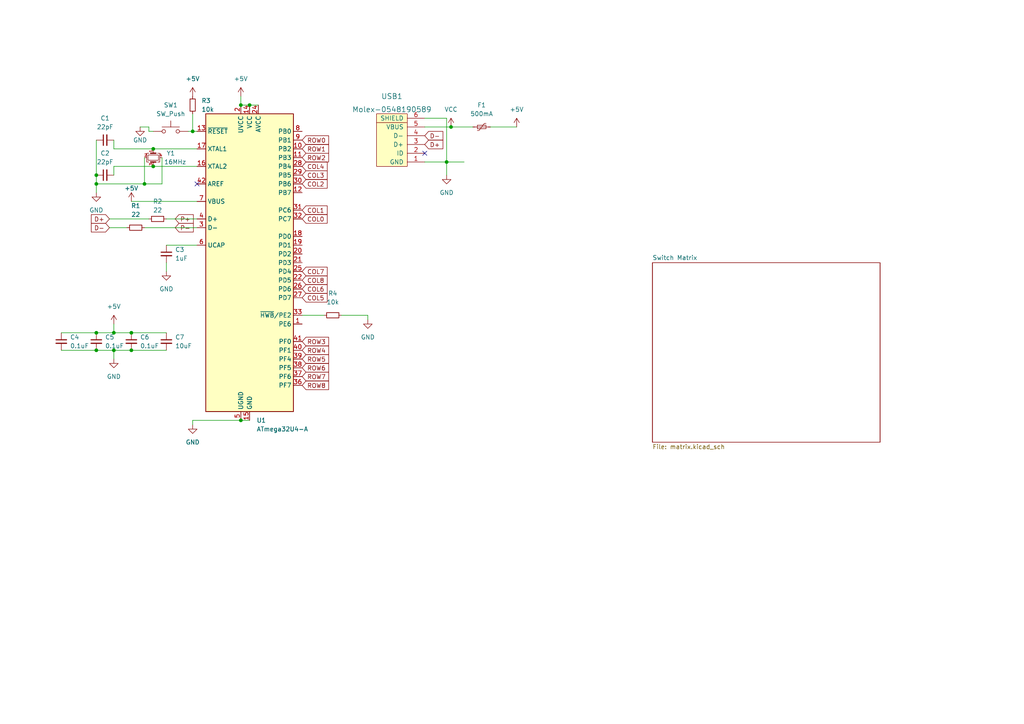
<source format=kicad_sch>
(kicad_sch (version 20211123) (generator eeschema)
  (paper "A4")
  (lib_symbols
    (symbol "Device:C_Small" (pin_numbers hide) (pin_names (offset 0.254) hide)
      (property "Reference" "C" (at 0.254 1.778 0))
      (property "Value" "C_Small" (at 0.254 -2.032 0))
      (symbol "C_Small_0_1"
        (polyline (pts (xy -1.524 -0.508) (xy 1.524 -0.508)) (stroke (width 0.3302)))
        (polyline (pts (xy -1.524 0.508) (xy 1.524 0.508)) (stroke (width 0.3048)))
      )
      (symbol "C_Small_1_1"
        (pin passive line (at 0 2.54 270) (length 2.032) (name "~") (number "1"))
        (pin passive line (at 0 -2.54 90) (length 2.032) (name "~") (number "2"))
      )
    )
    (symbol "Device:Crystal_GND24_Small" (pin_names (offset 1.016) hide)
      (property "Reference" "Y" (at 1.27 4.445 0))
      (property "Value" "Crystal_GND24_Small" (at 1.27 2.54 0))
      (symbol "Crystal_GND24_Small_0_1"
        (rectangle (start -0.762 -1.524) (end 0.762 1.524))
        (polyline (pts (xy -1.27 -0.762) (xy -1.27 0.762)) (stroke (width 0.381)))
        (polyline (pts (xy 1.27 -0.762) (xy 1.27 0.762)) (stroke (width 0.381)))
        (polyline (pts (xy -1.27 -1.27) (xy -1.27 -1.905) (xy 1.27 -1.905) (xy 1.27 -1.27)))
        (polyline (pts (xy -1.27 1.27) (xy -1.27 1.905) (xy 1.27 1.905) (xy 1.27 1.27)))
      )
      (symbol "Crystal_GND24_Small_1_1"
        (pin passive line (at -2.54 0 0) (length 1.27) (name "1") (number "1"))
        (pin passive line (at 0 -2.54 90) (length 0.635) (name "2") (number "2"))
        (pin passive line (at 2.54 0 180) (length 1.27) (name "3") (number "3"))
        (pin passive line (at 0 2.54 270) (length 0.635) (name "4") (number "4"))
      )
    )
    (symbol "Device:Polyfuse_Small" (pin_numbers hide) (pin_names (offset 0))
      (property "Reference" "F" (at -1.905 0 90))
      (property "Value" "Polyfuse_Small" (at 1.905 0 90))
      (symbol "Polyfuse_Small_0_1"
        (rectangle (start -0.508 1.27) (end 0.508 -1.27))
        (polyline (pts (xy 0 2.54) (xy 0 -2.54)))
        (polyline (pts (xy -1.016 1.27) (xy -1.016 0.762) (xy 1.016 -0.762) (xy 1.016 -1.27)))
      )
      (symbol "Polyfuse_Small_1_1"
        (pin passive line (at 0 2.54 270) (length 0.635) (name "~") (number "1"))
        (pin passive line (at 0 -2.54 90) (length 0.635) (name "~") (number "2"))
      )
    )
    (symbol "Device:R_Small" (pin_numbers hide) (pin_names (offset 0.254) hide)
      (property "Reference" "R" (at 0.762 0.508 0))
      (property "Value" "R_Small" (at 0.762 -1.016 0))
      (symbol "R_Small_0_1"
        (rectangle (start -0.762 1.778) (end 0.762 -1.778) (stroke (width 0.2032)))
      )
      (symbol "R_Small_1_1"
        (pin passive line (at 0 2.54 270) (length 0.762) (name "~") (number "1"))
        (pin passive line (at 0 -2.54 90) (length 0.762) (name "~") (number "2"))
      )
    )
    (symbol "MCU_Microchip_ATmega:ATmega32U4-A"
      (property "Reference" "U" (at -12.7 44.45 0))
      (property "Value" "ATmega32U4-A" (at 2.54 -44.45 0))
      (symbol "ATmega32U4-A_0_1"
        (rectangle (start -12.7 -43.18) (end 12.7 43.18) (stroke (width 0.254)) (fill (type background)))
      )
      (symbol "ATmega32U4-A_1_1"
        (pin bidirectional line (at 15.24 -17.78 180) (length 2.54) (name "PE6") (number "1"))
        (pin bidirectional line (at 15.24 33.02 180) (length 2.54) (name "PB2") (number "10"))
        (pin bidirectional line (at 15.24 30.48 180) (length 2.54) (name "PB3") (number "11"))
        (pin bidirectional line (at 15.24 20.32 180) (length 2.54) (name "PB7") (number "12"))
        (pin input line (at -15.24 38.1 0) (length 2.54) (name "~{RESET}") (number "13"))
        (pin power_in line (at 0 45.72 270) (length 2.54) (name "VCC") (number "14"))
        (pin power_in line (at 0 -45.72 90) (length 2.54) (name "GND") (number "15"))
        (pin output line (at -15.24 27.94 0) (length 2.54) (name "XTAL2") (number "16"))
        (pin input line (at -15.24 33.02 0) (length 2.54) (name "XTAL1") (number "17"))
        (pin bidirectional line (at 15.24 7.62 180) (length 2.54) (name "PD0") (number "18"))
        (pin bidirectional line (at 15.24 5.08 180) (length 2.54) (name "PD1") (number "19"))
        (pin power_in line (at -2.54 45.72 270) (length 2.54) (name "UVCC") (number "2"))
        (pin bidirectional line (at 15.24 2.54 180) (length 2.54) (name "PD2") (number "20"))
        (pin bidirectional line (at 15.24 0 180) (length 2.54) (name "PD3") (number "21"))
        (pin bidirectional line (at 15.24 -5.08 180) (length 2.54) (name "PD5") (number "22"))
        (pin passive line (at 0 -45.72 90) (length 2.54) hide (name "GND") (number "23"))
        (pin power_in line (at 2.54 45.72 270) (length 2.54) (name "AVCC") (number "24"))
        (pin bidirectional line (at 15.24 -2.54 180) (length 2.54) (name "PD4") (number "25"))
        (pin bidirectional line (at 15.24 -7.62 180) (length 2.54) (name "PD6") (number "26"))
        (pin bidirectional line (at 15.24 -10.16 180) (length 2.54) (name "PD7") (number "27"))
        (pin bidirectional line (at 15.24 27.94 180) (length 2.54) (name "PB4") (number "28"))
        (pin bidirectional line (at 15.24 25.4 180) (length 2.54) (name "PB5") (number "29"))
        (pin bidirectional line (at -15.24 10.16 0) (length 2.54) (name "D-") (number "3"))
        (pin bidirectional line (at 15.24 22.86 180) (length 2.54) (name "PB6") (number "30"))
        (pin bidirectional line (at 15.24 15.24 180) (length 2.54) (name "PC6") (number "31"))
        (pin bidirectional line (at 15.24 12.7 180) (length 2.54) (name "PC7") (number "32"))
        (pin bidirectional line (at 15.24 -15.24 180) (length 2.54) (name "~{HWB}/PE2") (number "33"))
        (pin passive line (at 0 45.72 270) (length 2.54) hide (name "VCC") (number "34"))
        (pin passive line (at 0 -45.72 90) (length 2.54) hide (name "GND") (number "35"))
        (pin bidirectional line (at 15.24 -35.56 180) (length 2.54) (name "PF7") (number "36"))
        (pin bidirectional line (at 15.24 -33.02 180) (length 2.54) (name "PF6") (number "37"))
        (pin bidirectional line (at 15.24 -30.48 180) (length 2.54) (name "PF5") (number "38"))
        (pin bidirectional line (at 15.24 -27.94 180) (length 2.54) (name "PF4") (number "39"))
        (pin bidirectional line (at -15.24 12.7 0) (length 2.54) (name "D+") (number "4"))
        (pin bidirectional line (at 15.24 -25.4 180) (length 2.54) (name "PF1") (number "40"))
        (pin bidirectional line (at 15.24 -22.86 180) (length 2.54) (name "PF0") (number "41"))
        (pin passive line (at -15.24 22.86 0) (length 2.54) (name "AREF") (number "42"))
        (pin passive line (at 0 -45.72 90) (length 2.54) hide (name "GND") (number "43"))
        (pin passive line (at 2.54 45.72 270) (length 2.54) hide (name "AVCC") (number "44"))
        (pin passive line (at -2.54 -45.72 90) (length 2.54) (name "UGND") (number "5"))
        (pin passive line (at -15.24 5.08 0) (length 2.54) (name "UCAP") (number "6"))
        (pin input line (at -15.24 17.78 0) (length 2.54) (name "VBUS") (number "7"))
        (pin bidirectional line (at 15.24 38.1 180) (length 2.54) (name "PB0") (number "8"))
        (pin bidirectional line (at 15.24 35.56 180) (length 2.54) (name "PB1") (number "9"))
      )
    )
    (symbol "Switch:SW_Push" (pin_numbers hide) (pin_names (offset 1.016) hide)
      (property "Reference" "SW" (at 1.27 2.54 0))
      (property "Value" "SW_Push" (at 0 -1.524 0))
      (symbol "SW_Push_0_1"
        (circle (center -2.032 0) (radius 0.508))
        (polyline (pts (xy 0 1.27) (xy 0 3.048)))
        (polyline (pts (xy 2.54 1.27) (xy -2.54 1.27)))
        (circle (center 2.032 0) (radius 0.508))
        (pin passive line (at -5.08 0 0) (length 2.54) (name "1") (number "1"))
        (pin passive line (at 5.08 0 180) (length 2.54) (name "2") (number "2"))
      )
    )
    (symbol "power:+5V" (power) (pin_names (offset 0))
      (property "Value" "+5V" (at 0 3.556 0))
      (symbol "+5V_0_1"
        (polyline (pts (xy -0.762 1.27) (xy 0 2.54)))
        (polyline (pts (xy 0 0) (xy 0 2.54)))
        (polyline (pts (xy 0 2.54) (xy 0.762 1.27)))
      )
      (symbol "+5V_1_1"
        (pin power_in line (at 0 0 90) (length 0) hide (name "+5V") (number "1"))
      )
    )
    (symbol "power:GND" (power) (pin_names (offset 0))
      (property "Value" "GND" (at 0 -3.81 0))
      (symbol "GND_0_1"
        (polyline (pts (xy 0 0) (xy 0 -1.27) (xy 1.27 -1.27) (xy 0 -2.54) (xy -1.27 -1.27) (xy 0 -1.27)))
      )
      (symbol "GND_1_1"
        (pin power_in line (at 0 0 270) (length 0) hide (name "GND") (number "1"))
      )
    )
    (symbol "power:VCC" (power) (pin_names (offset 0))
      (property "Value" "VCC" (at 0 3.81 0))
      (symbol "VCC_0_1"
        (polyline (pts (xy -0.762 1.27) (xy 0 2.54)))
        (polyline (pts (xy 0 0) (xy 0 2.54)))
        (polyline (pts (xy 0 2.54) (xy 0.762 1.27)))
      )
      (symbol "VCC_1_1"
        (pin power_in line (at 0 0 90) (length 0) hide (name "VCC") (number "1"))
      )
    )
    (symbol "random-keyboard-parts:Molex-0548190589" (pin_names (offset 1.016))
      (property "Reference" "USB" (at 0 7.62 0))
      (property "Value" "Molex-0548190589" (at 0 10.16 0))
      (symbol "Molex-0548190589_0_0"
        (polyline (pts (xy 6.35 -2.54) (xy 6.35 6.35)))
        (rectangle (start 8.89 -2.54) (end -6.35 6.35) (fill (type background)))
      )
      (symbol "Molex-0548190589_1_1"
        (pin input line (at -5.08 -7.62 90) (length 5.08) (name "GND") (number "1"))
        (pin input line (at -2.54 -7.62 90) (length 5.08) (name "ID") (number "2"))
        (pin input line (at 0 -7.62 90) (length 5.08) (name "D+") (number "3"))
        (pin input line (at 2.54 -7.62 90) (length 5.08) (name "D-") (number "4"))
        (pin input line (at 5.08 -7.62 90) (length 5.08) (name "VBUS") (number "5"))
        (pin input line (at 7.62 -7.62 90) (length 5.08) (name "SHIELD") (number "6"))
      )
    )
  )
  (junction (at 130.81 36.83))
  (junction (at 55.88 38.1))
  (junction (at 33.02 96.52))
  (junction (at 33.02 101.6))
  (junction (at 27.94 101.6))
  (junction (at 41.91 53.34))
  (junction (at 27.94 96.52))
  (junction (at 72.39 30.48))
  (junction (at 38.1 96.52))
  (junction (at 129.54 46.99))
  (junction (at 27.94 53.34))
  (junction (at 44.45 43.18))
  (junction (at 38.1 101.6))
  (junction (at 27.94 50.8))
  (junction (at 44.45 48.26))
  (junction (at 69.85 121.92))
  (junction (at 69.85 30.48))
  (no_connect (at 57.15 53.34))
  (no_connect (at 123.19 44.45))
  (wire (pts (xy 33.02 96.52) (xy 38.1 96.52)))
  (wire (pts (xy 43.18 36.83) (xy 40.64 36.83)))
  (wire (pts (xy 129.54 34.29) (xy 129.54 46.99)))
  (wire (pts (xy 123.19 36.83) (xy 130.81 36.83)))
  (wire (pts (xy 31.75 66.04) (xy 36.83 66.04)))
  (wire (pts (xy 38.1 58.42) (xy 57.15 58.42)))
  (wire (pts (xy 27.94 53.34) (xy 27.94 55.88)))
  (wire (pts (xy 27.94 40.64) (xy 27.94 50.8)))
  (wire (pts (xy 55.88 121.92) (xy 55.88 123.19)))
  (wire (pts (xy 130.81 36.83) (xy 137.16 36.83)))
  (wire (pts (xy 123.19 34.29) (xy 129.54 34.29)))
  (wire (pts (xy 129.54 46.99) (xy 129.54 50.8)))
  (wire (pts (xy 17.78 101.6) (xy 27.94 101.6)))
  (wire (pts (xy 55.88 38.1) (xy 57.15 38.1)))
  (wire (pts (xy 33.02 93.98) (xy 33.02 96.52)))
  (wire (pts (xy 41.91 53.34) (xy 46.99 53.34)))
  (wire (pts (xy 142.24 36.83) (xy 149.86 36.83)))
  (wire (pts (xy 54.61 38.1) (xy 55.88 38.1)))
  (wire (pts (xy 27.94 53.34) (xy 41.91 53.34)))
  (wire (pts (xy 38.1 101.6) (xy 48.26 101.6)))
  (wire (pts (xy 41.91 45.72) (xy 41.91 53.34)))
  (wire (pts (xy 27.94 101.6) (xy 33.02 101.6)))
  (wire (pts (xy 48.26 71.12) (xy 57.15 71.12)))
  (wire (pts (xy 44.45 43.18) (xy 33.02 43.18)))
  (wire (pts (xy 27.94 50.8) (xy 27.94 53.34)))
  (wire (pts (xy 41.91 66.04) (xy 57.15 66.04)))
  (wire (pts (xy 31.75 63.5) (xy 43.18 63.5)))
  (wire (pts (xy 99.06 91.44) (xy 106.68 91.44)))
  (wire (pts (xy 69.85 30.48) (xy 72.39 30.48)))
  (wire (pts (xy 69.85 121.92) (xy 72.39 121.92)))
  (wire (pts (xy 55.88 33.02) (xy 55.88 38.1)))
  (wire (pts (xy 87.63 91.44) (xy 93.98 91.44)))
  (wire (pts (xy 123.19 46.99) (xy 129.54 46.99)))
  (wire (pts (xy 106.68 91.44) (xy 106.68 92.71)))
  (wire (pts (xy 129.54 46.99) (xy 134.62 46.99)))
  (wire (pts (xy 33.02 40.64) (xy 33.02 43.18)))
  (wire (pts (xy 33.02 101.6) (xy 38.1 101.6)))
  (wire (pts (xy 69.85 27.94) (xy 69.85 30.48)))
  (wire (pts (xy 48.26 76.2) (xy 48.26 78.74)))
  (wire (pts (xy 33.02 101.6) (xy 33.02 104.14)))
  (wire (pts (xy 44.45 43.18) (xy 57.15 43.18)))
  (wire (pts (xy 48.26 63.5) (xy 57.15 63.5)))
  (wire (pts (xy 72.39 30.48) (xy 74.93 30.48)))
  (wire (pts (xy 55.88 121.92) (xy 69.85 121.92)))
  (wire (pts (xy 17.78 96.52) (xy 27.94 96.52)))
  (wire (pts (xy 46.99 45.72) (xy 46.99 53.34)))
  (wire (pts (xy 38.1 96.52) (xy 48.26 96.52)))
  (wire (pts (xy 43.18 38.1) (xy 43.18 36.83)))
  (wire (pts (xy 27.94 96.52) (xy 33.02 96.52)))
  (wire (pts (xy 44.45 38.1) (xy 43.18 38.1)))
  (wire (pts (xy 44.45 48.26) (xy 33.02 48.26)))
  (wire (pts (xy 33.02 48.26) (xy 33.02 50.8)))
  (wire (pts (xy 44.45 48.26) (xy 57.15 48.26)))
  (global_label "COL5" (shape input) (at 87.63 86.36 0) (property "Intersheet References" "${INTERSHEET_REFS}" (effects hide)))
  (global_label "ROW4" (shape input) (at 87.63 101.6 0) (property "Intersheet References" "${INTERSHEET_REFS}" (effects hide)))
  (global_label "D-" (shape input) (at 31.75 66.04 180) (property "Intersheet References" "${INTERSHEET_REFS}" (effects hide)))
  (global_label "ROW6" (shape input) (at 87.63 106.68 0) (property "Intersheet References" "${INTERSHEET_REFS}" (effects hide)))
  (global_label "COL6" (shape input) (at 87.63 83.82 0) (property "Intersheet References" "${INTERSHEET_REFS}" (effects hide)))
  (global_label "ROW2" (shape input) (at 87.63 45.72 0) (property "Intersheet References" "${INTERSHEET_REFS}" (effects hide)))
  (global_label "COL4" (shape input) (at 87.63 48.26 0) (property "Intersheet References" "${INTERSHEET_REFS}" (effects hide)))
  (global_label "P+" (shape input) (at 50.8 63.5 0) (property "Intersheet References" "${INTERSHEET_REFS}" (effects hide)))
  (global_label "D+" (shape input) (at 123.19 41.91 0) (property "Intersheet References" "${INTERSHEET_REFS}" (effects hide)))
  (global_label "ROW1" (shape input) (at 87.63 43.18 0) (property "Intersheet References" "${INTERSHEET_REFS}" (effects hide)))
  (global_label "ROW7" (shape input) (at 87.63 109.22 0) (property "Intersheet References" "${INTERSHEET_REFS}" (effects hide)))
  (global_label "D-" (shape input) (at 123.19 39.37 0) (property "Intersheet References" "${INTERSHEET_REFS}" (effects hide)))
  (global_label "ROW8" (shape input) (at 87.63 111.76 0) (property "Intersheet References" "${INTERSHEET_REFS}" (effects hide)))
  (global_label "COL7" (shape input) (at 87.63 78.74 0) (property "Intersheet References" "${INTERSHEET_REFS}" (effects hide)))
  (global_label "P-" (shape input) (at 50.8 66.04 0) (property "Intersheet References" "${INTERSHEET_REFS}" (effects hide)))
  (global_label "COL0" (shape input) (at 87.63 63.5 0) (property "Intersheet References" "${INTERSHEET_REFS}" (effects hide)))
  (global_label "COL1" (shape input) (at 87.63 60.96 0) (property "Intersheet References" "${INTERSHEET_REFS}" (effects hide)))
  (global_label "ROW0" (shape input) (at 87.63 40.64 0) (property "Intersheet References" "${INTERSHEET_REFS}" (effects hide)))
  (global_label "D+" (shape input) (at 31.75 63.5 180) (property "Intersheet References" "${INTERSHEET_REFS}" (effects hide)))
  (global_label "COL2" (shape input) (at 87.63 53.34 0) (property "Intersheet References" "${INTERSHEET_REFS}" (effects hide)))
  (global_label "COL3" (shape input) (at 87.63 50.8 0) (property "Intersheet References" "${INTERSHEET_REFS}" (effects hide)))
  (global_label "ROW3" (shape input) (at 87.63 99.06 0) (property "Intersheet References" "${INTERSHEET_REFS}" (effects hide)))
  (global_label "COL8" (shape input) (at 87.63 81.28 0) (property "Intersheet References" "${INTERSHEET_REFS}" (effects hide)))
  (global_label "ROW5" (shape input) (at 87.63 104.14 0) (property "Intersheet References" "${INTERSHEET_REFS}" (effects hide)))
  (symbol (lib_id "power:GND") (at 129.54 50.8 0) (unit 1)
    (property "Reference" "#PWR0108" (effects hide))
    (property "Value" "GND" (at 129.54 55.88 0))
  )
  (symbol (lib_id "Device:C_Small") (at 30.48 40.64 90) (unit 1)
    (property "Reference" "C1" (at 30.4863 34.29 90))
    (property "Value" "22pF" (at 30.4863 36.83 90))
    (property "Footprint" "Capacitor_SMD:C_0805_2012Metric" (effects hide))
  )
  (symbol (lib_id "power:VCC") (at 130.81 36.83 0) (unit 1)
    (property "Reference" "#PWR0104" (effects hide))
    (property "Value" "VCC" (at 130.81 31.75 0))
  )
  (symbol (lib_id "Device:Crystal_GND24_Small") (at 44.45 45.72 270) (unit 1)
    (property "Reference" "Y1" (at 49.53 44.45 90))
    (property "Value" "16MHz" (at 50.8 46.99 90))
    (property "Footprint" "Crystal:Crystal_SMD_3225-4Pin_3.2x2.5mm" (effects hide))
  )
  (symbol (lib_id "Device:C_Small") (at 27.94 99.06 0) (unit 1)
    (property "Reference" "C5" (at 30.48 97.7962 0) (effects (justify left)))
    (property "Value" "0.1uF" (at 30.48 100.3362 0) (effects (justify left)))
    (property "Footprint" "Capacitor_SMD:C_0805_2012Metric" (effects hide))
  )
  (symbol (lib_id "power:+5V") (at 55.88 27.94 0) (mirror y) (unit 1)
    (property "Reference" "#PWR0111" (effects hide))
    (property "Value" "+5V" (at 55.88 22.86 0))
  )
  (symbol (lib_id "Device:R_Small") (at 39.37 66.04 90) (unit 1)
    (property "Reference" "R1" (at 39.37 59.69 90))
    (property "Value" "22" (at 39.37 62.23 90))
    (property "Footprint" "Resistor_SMD:R_0805_2012Metric" (effects hide))
  )
  (symbol (lib_id "power:GND") (at 106.68 92.71 0) (unit 1)
    (property "Reference" "#PWR0107" (effects hide))
    (property "Value" "GND" (at 106.68 97.79 0))
  )
  (symbol (lib_id "power:GND") (at 27.94 55.88 0) (unit 1)
    (property "Reference" "#PWR0101" (effects hide))
    (property "Value" "GND" (at 27.94 60.96 0))
  )
  (symbol (lib_id "Device:R_Small") (at 96.52 91.44 90) (unit 1)
    (property "Reference" "R4" (at 96.52 85.09 90))
    (property "Value" "10k" (at 96.52 87.63 90))
    (property "Footprint" "Resistor_SMD:R_0805_2012Metric" (effects hide))
  )
  (symbol (lib_id "Device:Polyfuse_Small") (at 139.7 36.83 90) (unit 1)
    (property "Reference" "F1" (at 139.7 30.48 90))
    (property "Value" "500mA" (at 139.7 33.02 90))
    (property "Footprint" "Fuse:Fuse_1206_3216Metric" (effects hide))
  )
  (symbol (lib_id "Device:C_Small") (at 48.26 73.66 0) (unit 1)
    (property "Reference" "C3" (at 50.8 72.3962 0) (effects (justify left)))
    (property "Value" "1uF" (at 50.8 74.9362 0) (effects (justify left)))
    (property "Footprint" "Capacitor_SMD:C_0805_2012Metric" (effects hide))
  )
  (symbol (lib_id "power:GND") (at 55.88 123.19 0) (unit 1)
    (property "Reference" "#PWR0106" (effects hide))
    (property "Value" "GND" (at 55.88 128.27 0))
  )
  (symbol (lib_id "Device:C_Small") (at 17.78 99.06 0) (unit 1)
    (property "Reference" "C4" (at 20.32 97.7962 0) (effects (justify left)))
    (property "Value" "0.1uF" (at 20.32 100.3362 0) (effects (justify left)))
    (property "Footprint" "Capacitor_SMD:C_0805_2012Metric" (effects hide))
  )
  (symbol (lib_id "power:+5V") (at 33.02 93.98 0) (unit 1)
    (property "Reference" "#PWR0103" (effects hide))
    (property "Value" "+5V" (at 33.02 88.9 0))
  )
  (symbol (lib_id "Device:C_Small") (at 30.48 50.8 90) (unit 1)
    (property "Reference" "C2" (at 30.48 44.45 90))
    (property "Value" "22pF" (at 30.48 46.99 90))
    (property "Footprint" "Capacitor_SMD:C_0805_2012Metric" (effects hide))
  )
  (symbol (lib_id "Device:R_Small") (at 45.72 63.5 90) (unit 1)
    (property "Reference" "R2" (at 45.72 58.42 90))
    (property "Value" "22" (at 45.72 60.96 90))
    (property "Footprint" "Resistor_SMD:R_0805_2012Metric" (effects hide))
  )
  (symbol (lib_id "Device:R_Small") (at 55.88 30.48 0) (unit 1)
    (property "Reference" "R3" (at 58.42 29.2099 0) (effects (justify left)))
    (property "Value" "10k" (at 58.42 31.7499 0) (effects (justify left)))
    (property "Footprint" "Resistor_SMD:R_0805_2012Metric" (effects hide))
  )
  (symbol (lib_id "power:+5V") (at 149.86 36.83 0) (unit 1)
    (property "Reference" "#PWR0105" (effects hide))
    (property "Value" "+5V" (at 149.86 31.75 0))
  )
  (symbol (lib_id "random-keyboard-parts:Molex-0548190589") (at 115.57 41.91 90) (unit 1)
    (property "Reference" "USB1" (at 113.665 27.94 90) (effects (font (size 1.524 1.524))))
    (property "Value" "Molex-0548190589" (at 113.665 31.75 90) (effects (font (size 1.524 1.524))))
    (property "Footprint" "random-keyboard-parts:Molex-0548190589" (effects hide))
  )
  (symbol (lib_id "Switch:SW_Push") (at 49.53 38.1 0) (unit 1)
    (property "Reference" "SW1" (at 49.53 30.48 0))
    (property "Value" "SW_Push" (at 49.53 33.02 0))
    (property "Footprint" "random-keyboard-parts:SKQG-1155865" (effects hide))
  )
  (symbol (lib_id "power:+5V") (at 69.85 27.94 0) (unit 1)
    (property "Reference" "#PWR0112" (effects hide))
    (property "Value" "+5V" (at 69.85 22.86 0))
  )
  (symbol (lib_id "Device:C_Small") (at 48.26 99.06 0) (unit 1)
    (property "Reference" "C7" (at 50.8 97.7962 0) (effects (justify left)))
    (property "Value" "10uF" (at 50.8 100.3362 0) (effects (justify left)))
    (property "Footprint" "Capacitor_SMD:C_0805_2012Metric" (effects hide))
  )
  (symbol (lib_id "power:+5V") (at 38.1 58.42 0) (unit 1)
    (property "Reference" "#PWR0113" (effects hide))
    (property "Value" "+5V" (at 38.1 54.61 0))
  )
  (symbol (lib_id "power:GND") (at 40.64 36.83 0) (unit 1)
    (property "Reference" "#PWR0110" (effects hide))
    (property "Value" "GND" (at 40.64 40.64 0))
  )
  (symbol (lib_id "MCU_Microchip_ATmega:ATmega32U4-A") (at 72.39 76.2 0) (unit 1)
    (property "Reference" "U1" (at 74.4094 121.92 0) (effects (justify left)))
    (property "Value" "ATmega32U4-A" (at 74.4094 124.46 0) (effects (justify left)))
    (property "Footprint" "Package_QFP:TQFP-44_10x10mm_P0.8mm" (effects hide))
    (property "Datasheet" "http://ww1.microchip.com/downloads/en/DeviceDoc/Atmel-7766-8-bit-AVR-ATmega16U4-32U4_Datasheet.pdf" (effects hide))
  )
  (symbol (lib_id "power:GND") (at 33.02 104.14 0) (unit 1)
    (property "Reference" "#PWR0102" (effects hide))
    (property "Value" "GND" (at 33.02 109.22 0))
  )
  (symbol (lib_id "power:GND") (at 48.26 78.74 0) (unit 1)
    (property "Reference" "#PWR0109" (effects hide))
    (property "Value" "GND" (at 48.26 83.82 0))
  )
  (symbol (lib_id "Device:C_Small") (at 38.1 99.06 0) (unit 1)
    (property "Reference" "C6" (at 40.64 97.7962 0) (effects (justify left)))
    (property "Value" "0.1uF" (at 40.64 100.3362 0) (effects (justify left)))
    (property "Footprint" "Capacitor_SMD:C_0805_2012Metric" (effects hide))
  )
  (sheet (at 189.23 76.2) (size 66.04 52.07) (stroke (width 0.1524))
    (property "Sheet name" "Switch Matrix" (at 189.23 75.4884 0) (effects (justify left bottom)))
    (property "Sheet file" "matrix.kicad_sch" (at 189.23 128.8546 0) (effects (justify left top)))
  )
)
</source>
